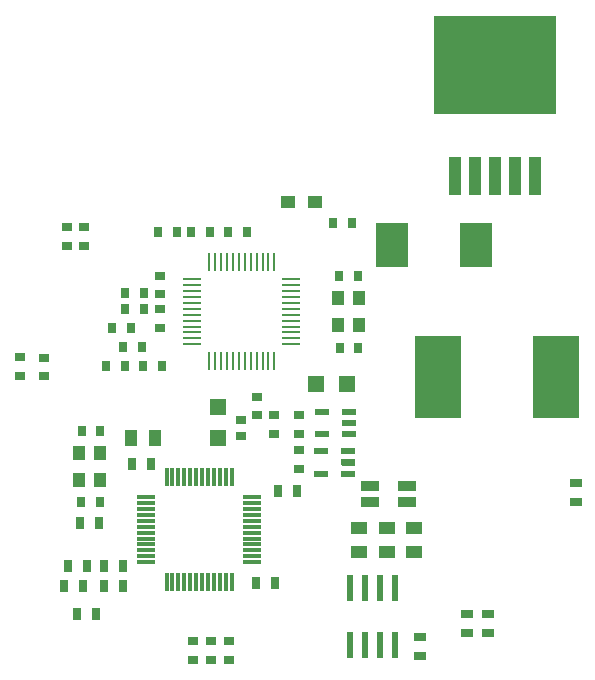
<source format=gtp>
G04*
G04 #@! TF.GenerationSoftware,Altium Limited,Altium Designer,20.0.13 (296)*
G04*
G04 Layer_Color=8421504*
%FSLAX44Y44*%
%MOMM*%
G71*
G01*
G75*
%ADD20R,10.4500X8.3000*%
%ADD21R,1.0500X3.2000*%
%ADD22R,1.2500X1.1000*%
%ADD23R,0.7000X0.9000*%
%ADD24R,1.0000X0.8000*%
%ADD25R,0.9000X0.7000*%
%ADD26R,0.9000X0.8000*%
%ADD27R,1.4000X1.4000*%
%ADD28R,1.2000X0.6000*%
%ADD29R,1.4000X1.4000*%
%ADD30R,0.2800X1.5600*%
%ADD31R,1.5600X0.2800*%
%ADD32R,4.0000X7.0000*%
%ADD33R,1.1000X1.3000*%
%ADD34R,2.7940X3.8100*%
%ADD35R,0.8000X1.0000*%
%ADD36R,0.3000X1.5000*%
%ADD37R,1.5000X0.3000*%
%ADD38R,1.4000X1.0000*%
%ADD39R,0.6000X2.2000*%
%ADD40R,1.5000X0.9000*%
%ADD41R,1.0000X1.4000*%
G36*
X291875Y176375D02*
Y171125D01*
X280625D01*
Y176375D01*
X291875D01*
D02*
G37*
G36*
Y195375D02*
Y190125D01*
X280625D01*
Y195375D01*
X291875D01*
D02*
G37*
G36*
X314875Y176375D02*
Y171125D01*
X303625D01*
Y176375D01*
X314875D01*
D02*
G37*
G36*
Y185875D02*
Y180625D01*
X303625D01*
Y185875D01*
X314875D01*
D02*
G37*
G36*
Y195375D02*
Y190125D01*
X303625D01*
Y195375D01*
X314875D01*
D02*
G37*
G36*
X315625Y223625D02*
X304375D01*
Y228875D01*
X315625D01*
Y223625D01*
D02*
G37*
G36*
X292625D02*
X281375D01*
Y228875D01*
X292625D01*
Y223625D01*
D02*
G37*
G36*
X315625Y214125D02*
X304375D01*
Y219375D01*
X315625D01*
Y214125D01*
D02*
G37*
G36*
Y204625D02*
X304375D01*
Y209875D01*
X315625D01*
Y204625D01*
D02*
G37*
G36*
X292625D02*
X281375D01*
Y209875D01*
X292625D01*
Y204625D01*
D02*
G37*
D20*
X433750Y520000D02*
D03*
D21*
X467750Y425500D02*
D03*
X450750D02*
D03*
X433750D02*
D03*
X416750D02*
D03*
X399750D02*
D03*
D22*
X281000Y403750D02*
D03*
X258000D02*
D03*
D23*
X312500Y386250D02*
D03*
X296500D02*
D03*
X135750Y264750D02*
D03*
X151750D02*
D03*
X118500Y281000D02*
D03*
X134500D02*
D03*
X120000Y312750D02*
D03*
X136000D02*
D03*
X120000Y327000D02*
D03*
X136000D02*
D03*
X302000Y280000D02*
D03*
X318000D02*
D03*
X192000Y378000D02*
D03*
X176000D02*
D03*
X148000D02*
D03*
X164000D02*
D03*
X317500Y341500D02*
D03*
X301500D02*
D03*
X82750Y149500D02*
D03*
X98750D02*
D03*
X99500Y209750D02*
D03*
X83500D02*
D03*
X104500Y264750D02*
D03*
X120500D02*
D03*
X125500Y297000D02*
D03*
X109500D02*
D03*
X207750Y378500D02*
D03*
X223750D02*
D03*
D24*
X409500Y39000D02*
D03*
Y55000D02*
D03*
X427750Y39000D02*
D03*
Y55000D02*
D03*
X501750Y149750D02*
D03*
Y165750D02*
D03*
X369750Y19750D02*
D03*
Y35750D02*
D03*
D25*
X232000Y239000D02*
D03*
Y223000D02*
D03*
X267250Y207500D02*
D03*
Y223500D02*
D03*
X246250Y207250D02*
D03*
Y223250D02*
D03*
X51500Y256000D02*
D03*
Y272000D02*
D03*
X31000Y256250D02*
D03*
Y272250D02*
D03*
X267500Y193750D02*
D03*
Y177750D02*
D03*
X85750Y366250D02*
D03*
Y382250D02*
D03*
X150250Y325500D02*
D03*
Y341500D02*
D03*
Y313250D02*
D03*
Y297250D02*
D03*
X208500Y16250D02*
D03*
Y32250D02*
D03*
X178000Y32250D02*
D03*
Y16250D02*
D03*
X71500Y366250D02*
D03*
Y382250D02*
D03*
X193250Y32250D02*
D03*
Y16250D02*
D03*
D26*
X218250Y205500D02*
D03*
Y219500D02*
D03*
D27*
X308500Y249250D02*
D03*
X282000D02*
D03*
D28*
X287000Y207250D02*
D03*
Y226250D02*
D03*
X310000D02*
D03*
Y216750D02*
D03*
Y207250D02*
D03*
X286250Y173750D02*
D03*
Y192750D02*
D03*
X309250D02*
D03*
Y183250D02*
D03*
Y173750D02*
D03*
D29*
X199250Y203500D02*
D03*
Y230000D02*
D03*
D30*
X191750Y352550D02*
D03*
X196750D02*
D03*
X201750D02*
D03*
X206750D02*
D03*
X211750D02*
D03*
X216750D02*
D03*
X221750D02*
D03*
X226750D02*
D03*
X231750D02*
D03*
X236750D02*
D03*
X241750D02*
D03*
X246750D02*
D03*
Y268950D02*
D03*
X241750D02*
D03*
X236750D02*
D03*
X231750D02*
D03*
X226750D02*
D03*
X221750D02*
D03*
X216750D02*
D03*
X211750D02*
D03*
X206750D02*
D03*
X201750D02*
D03*
X196750D02*
D03*
X191750D02*
D03*
D31*
X261050Y338250D02*
D03*
Y333250D02*
D03*
Y328250D02*
D03*
Y323250D02*
D03*
Y318250D02*
D03*
Y313250D02*
D03*
Y308250D02*
D03*
Y303250D02*
D03*
Y298250D02*
D03*
Y293250D02*
D03*
Y288250D02*
D03*
Y283250D02*
D03*
X177450D02*
D03*
Y288250D02*
D03*
Y293250D02*
D03*
Y298250D02*
D03*
Y303250D02*
D03*
Y308250D02*
D03*
Y313250D02*
D03*
Y318250D02*
D03*
Y323250D02*
D03*
Y328250D02*
D03*
Y333250D02*
D03*
Y338250D02*
D03*
D32*
X485250Y255250D02*
D03*
X385250D02*
D03*
D33*
X300250Y299250D02*
D03*
Y322250D02*
D03*
X318250D02*
D03*
Y299250D02*
D03*
X81500Y168250D02*
D03*
Y191250D02*
D03*
X99500D02*
D03*
Y168250D02*
D03*
D34*
X417435Y367000D02*
D03*
X346065D02*
D03*
D35*
X82000Y132000D02*
D03*
X98000D02*
D03*
X118500Y78250D02*
D03*
X102500D02*
D03*
X118500Y95250D02*
D03*
X102500D02*
D03*
X87750D02*
D03*
X71750D02*
D03*
X79750Y54750D02*
D03*
X95750D02*
D03*
X126000Y182250D02*
D03*
X142000D02*
D03*
X69000Y78500D02*
D03*
X85000D02*
D03*
X266250Y159250D02*
D03*
X250250D02*
D03*
X247000Y81250D02*
D03*
X231000D02*
D03*
D36*
X155500Y170750D02*
D03*
X160500D02*
D03*
X165500D02*
D03*
X170500D02*
D03*
X175500D02*
D03*
X180500D02*
D03*
X185500D02*
D03*
X190500D02*
D03*
X195500D02*
D03*
X200500D02*
D03*
X205500D02*
D03*
X210500D02*
D03*
Y81750D02*
D03*
X205500D02*
D03*
X200500D02*
D03*
X195500D02*
D03*
X190500D02*
D03*
X185500D02*
D03*
X180500D02*
D03*
X175500D02*
D03*
X170500D02*
D03*
X165500D02*
D03*
X160500D02*
D03*
X155500D02*
D03*
D37*
X227500Y153750D02*
D03*
Y148750D02*
D03*
Y143750D02*
D03*
Y138750D02*
D03*
Y133750D02*
D03*
Y128750D02*
D03*
Y123750D02*
D03*
Y118750D02*
D03*
Y113750D02*
D03*
Y108750D02*
D03*
Y103750D02*
D03*
Y98750D02*
D03*
X138500D02*
D03*
Y103750D02*
D03*
Y108750D02*
D03*
Y113750D02*
D03*
Y118750D02*
D03*
Y123750D02*
D03*
Y128750D02*
D03*
Y133750D02*
D03*
Y138750D02*
D03*
Y143750D02*
D03*
Y148750D02*
D03*
Y153750D02*
D03*
D38*
X365250Y107750D02*
D03*
Y127750D02*
D03*
X341750Y107750D02*
D03*
Y127750D02*
D03*
X318750Y107750D02*
D03*
Y127750D02*
D03*
D39*
X349050Y77000D02*
D03*
X336350D02*
D03*
X323650D02*
D03*
X310950D02*
D03*
X349050Y29000D02*
D03*
X336350D02*
D03*
X323650D02*
D03*
X310950D02*
D03*
D40*
X358750Y149500D02*
D03*
Y163500D02*
D03*
X327750D02*
D03*
Y149500D02*
D03*
D41*
X125750Y203750D02*
D03*
X145750D02*
D03*
M02*

</source>
